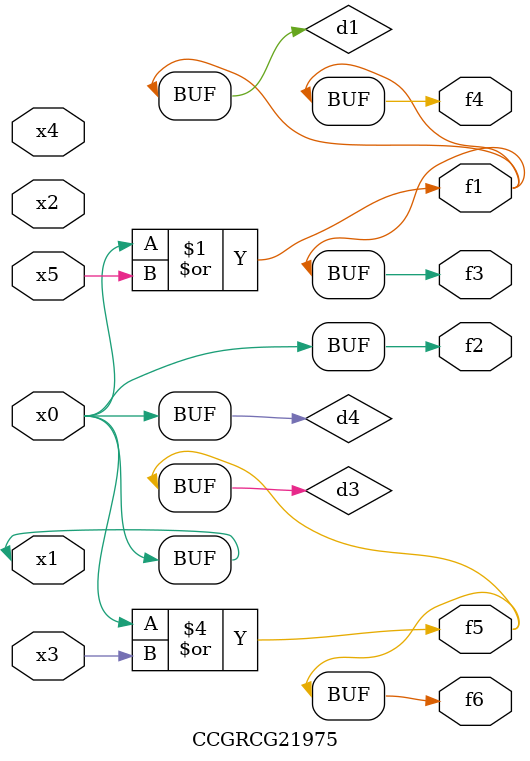
<source format=v>
module CCGRCG21975(
	input x0, x1, x2, x3, x4, x5,
	output f1, f2, f3, f4, f5, f6
);

	wire d1, d2, d3, d4;

	or (d1, x0, x5);
	xnor (d2, x1, x4);
	or (d3, x0, x3);
	buf (d4, x0, x1);
	assign f1 = d1;
	assign f2 = d4;
	assign f3 = d1;
	assign f4 = d1;
	assign f5 = d3;
	assign f6 = d3;
endmodule

</source>
